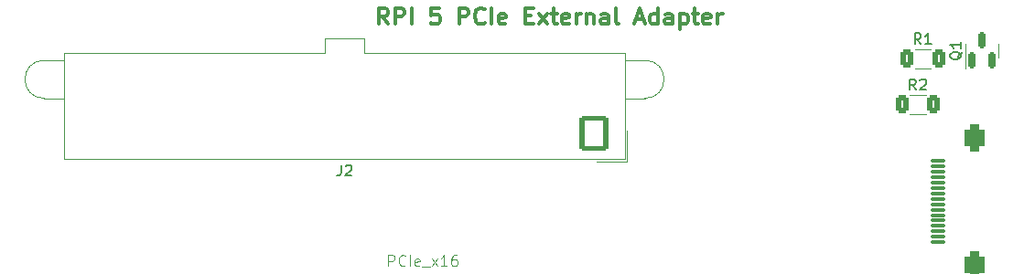
<source format=gto>
G04 #@! TF.GenerationSoftware,KiCad,Pcbnew,7.0.10*
G04 #@! TF.CreationDate,2024-01-15T21:05:21-07:00*
G04 #@! TF.ProjectId,RPI 5 PCIE,52504920-3520-4504-9349-452e6b696361,rev?*
G04 #@! TF.SameCoordinates,Original*
G04 #@! TF.FileFunction,Legend,Top*
G04 #@! TF.FilePolarity,Positive*
%FSLAX46Y46*%
G04 Gerber Fmt 4.6, Leading zero omitted, Abs format (unit mm)*
G04 Created by KiCad (PCBNEW 7.0.10) date 2024-01-15 21:05:21*
%MOMM*%
%LPD*%
G01*
G04 APERTURE LIST*
G04 Aperture macros list*
%AMRoundRect*
0 Rectangle with rounded corners*
0 $1 Rounding radius*
0 $2 $3 $4 $5 $6 $7 $8 $9 X,Y pos of 4 corners*
0 Add a 4 corners polygon primitive as box body*
4,1,4,$2,$3,$4,$5,$6,$7,$8,$9,$2,$3,0*
0 Add four circle primitives for the rounded corners*
1,1,$1+$1,$2,$3*
1,1,$1+$1,$4,$5*
1,1,$1+$1,$6,$7*
1,1,$1+$1,$8,$9*
0 Add four rect primitives between the rounded corners*
20,1,$1+$1,$2,$3,$4,$5,0*
20,1,$1+$1,$4,$5,$6,$7,0*
20,1,$1+$1,$6,$7,$8,$9,0*
20,1,$1+$1,$8,$9,$2,$3,0*%
G04 Aperture macros list end*
%ADD10C,0.300000*%
%ADD11C,0.150000*%
%ADD12C,0.100000*%
%ADD13C,0.120000*%
%ADD14O,2.700000X3.300000*%
%ADD15RoundRect,0.250001X1.099999X1.399999X-1.099999X1.399999X-1.099999X-1.399999X1.099999X-1.399999X0*%
%ADD16C,3.000000*%
%ADD17C,1.200000*%
%ADD18R,1.200000X1.200000*%
%ADD19C,2.350000*%
%ADD20RoundRect,0.450000X0.450000X0.800000X-0.450000X0.800000X-0.450000X-0.800000X0.450000X-0.800000X0*%
%ADD21RoundRect,0.087500X0.562500X0.087500X-0.562500X0.087500X-0.562500X-0.087500X0.562500X-0.087500X0*%
%ADD22RoundRect,0.250000X-0.312500X-0.625000X0.312500X-0.625000X0.312500X0.625000X-0.312500X0.625000X0*%
%ADD23RoundRect,0.150000X0.150000X-0.587500X0.150000X0.587500X-0.150000X0.587500X-0.150000X-0.587500X0*%
G04 APERTURE END LIST*
D10*
X136540794Y-88050828D02*
X136040794Y-87336542D01*
X135683651Y-88050828D02*
X135683651Y-86550828D01*
X135683651Y-86550828D02*
X136255080Y-86550828D01*
X136255080Y-86550828D02*
X136397937Y-86622257D01*
X136397937Y-86622257D02*
X136469366Y-86693685D01*
X136469366Y-86693685D02*
X136540794Y-86836542D01*
X136540794Y-86836542D02*
X136540794Y-87050828D01*
X136540794Y-87050828D02*
X136469366Y-87193685D01*
X136469366Y-87193685D02*
X136397937Y-87265114D01*
X136397937Y-87265114D02*
X136255080Y-87336542D01*
X136255080Y-87336542D02*
X135683651Y-87336542D01*
X137183651Y-88050828D02*
X137183651Y-86550828D01*
X137183651Y-86550828D02*
X137755080Y-86550828D01*
X137755080Y-86550828D02*
X137897937Y-86622257D01*
X137897937Y-86622257D02*
X137969366Y-86693685D01*
X137969366Y-86693685D02*
X138040794Y-86836542D01*
X138040794Y-86836542D02*
X138040794Y-87050828D01*
X138040794Y-87050828D02*
X137969366Y-87193685D01*
X137969366Y-87193685D02*
X137897937Y-87265114D01*
X137897937Y-87265114D02*
X137755080Y-87336542D01*
X137755080Y-87336542D02*
X137183651Y-87336542D01*
X138683651Y-88050828D02*
X138683651Y-86550828D01*
X141255080Y-86550828D02*
X140540794Y-86550828D01*
X140540794Y-86550828D02*
X140469366Y-87265114D01*
X140469366Y-87265114D02*
X140540794Y-87193685D01*
X140540794Y-87193685D02*
X140683652Y-87122257D01*
X140683652Y-87122257D02*
X141040794Y-87122257D01*
X141040794Y-87122257D02*
X141183652Y-87193685D01*
X141183652Y-87193685D02*
X141255080Y-87265114D01*
X141255080Y-87265114D02*
X141326509Y-87407971D01*
X141326509Y-87407971D02*
X141326509Y-87765114D01*
X141326509Y-87765114D02*
X141255080Y-87907971D01*
X141255080Y-87907971D02*
X141183652Y-87979400D01*
X141183652Y-87979400D02*
X141040794Y-88050828D01*
X141040794Y-88050828D02*
X140683652Y-88050828D01*
X140683652Y-88050828D02*
X140540794Y-87979400D01*
X140540794Y-87979400D02*
X140469366Y-87907971D01*
X143112222Y-88050828D02*
X143112222Y-86550828D01*
X143112222Y-86550828D02*
X143683651Y-86550828D01*
X143683651Y-86550828D02*
X143826508Y-86622257D01*
X143826508Y-86622257D02*
X143897937Y-86693685D01*
X143897937Y-86693685D02*
X143969365Y-86836542D01*
X143969365Y-86836542D02*
X143969365Y-87050828D01*
X143969365Y-87050828D02*
X143897937Y-87193685D01*
X143897937Y-87193685D02*
X143826508Y-87265114D01*
X143826508Y-87265114D02*
X143683651Y-87336542D01*
X143683651Y-87336542D02*
X143112222Y-87336542D01*
X145469365Y-87907971D02*
X145397937Y-87979400D01*
X145397937Y-87979400D02*
X145183651Y-88050828D01*
X145183651Y-88050828D02*
X145040794Y-88050828D01*
X145040794Y-88050828D02*
X144826508Y-87979400D01*
X144826508Y-87979400D02*
X144683651Y-87836542D01*
X144683651Y-87836542D02*
X144612222Y-87693685D01*
X144612222Y-87693685D02*
X144540794Y-87407971D01*
X144540794Y-87407971D02*
X144540794Y-87193685D01*
X144540794Y-87193685D02*
X144612222Y-86907971D01*
X144612222Y-86907971D02*
X144683651Y-86765114D01*
X144683651Y-86765114D02*
X144826508Y-86622257D01*
X144826508Y-86622257D02*
X145040794Y-86550828D01*
X145040794Y-86550828D02*
X145183651Y-86550828D01*
X145183651Y-86550828D02*
X145397937Y-86622257D01*
X145397937Y-86622257D02*
X145469365Y-86693685D01*
X146112222Y-88050828D02*
X146112222Y-86550828D01*
X147397937Y-87979400D02*
X147255080Y-88050828D01*
X147255080Y-88050828D02*
X146969366Y-88050828D01*
X146969366Y-88050828D02*
X146826508Y-87979400D01*
X146826508Y-87979400D02*
X146755080Y-87836542D01*
X146755080Y-87836542D02*
X146755080Y-87265114D01*
X146755080Y-87265114D02*
X146826508Y-87122257D01*
X146826508Y-87122257D02*
X146969366Y-87050828D01*
X146969366Y-87050828D02*
X147255080Y-87050828D01*
X147255080Y-87050828D02*
X147397937Y-87122257D01*
X147397937Y-87122257D02*
X147469366Y-87265114D01*
X147469366Y-87265114D02*
X147469366Y-87407971D01*
X147469366Y-87407971D02*
X146755080Y-87550828D01*
X149255079Y-87265114D02*
X149755079Y-87265114D01*
X149969365Y-88050828D02*
X149255079Y-88050828D01*
X149255079Y-88050828D02*
X149255079Y-86550828D01*
X149255079Y-86550828D02*
X149969365Y-86550828D01*
X150469365Y-88050828D02*
X151255080Y-87050828D01*
X150469365Y-87050828D02*
X151255080Y-88050828D01*
X151612223Y-87050828D02*
X152183651Y-87050828D01*
X151826508Y-86550828D02*
X151826508Y-87836542D01*
X151826508Y-87836542D02*
X151897937Y-87979400D01*
X151897937Y-87979400D02*
X152040794Y-88050828D01*
X152040794Y-88050828D02*
X152183651Y-88050828D01*
X153255080Y-87979400D02*
X153112223Y-88050828D01*
X153112223Y-88050828D02*
X152826509Y-88050828D01*
X152826509Y-88050828D02*
X152683651Y-87979400D01*
X152683651Y-87979400D02*
X152612223Y-87836542D01*
X152612223Y-87836542D02*
X152612223Y-87265114D01*
X152612223Y-87265114D02*
X152683651Y-87122257D01*
X152683651Y-87122257D02*
X152826509Y-87050828D01*
X152826509Y-87050828D02*
X153112223Y-87050828D01*
X153112223Y-87050828D02*
X153255080Y-87122257D01*
X153255080Y-87122257D02*
X153326509Y-87265114D01*
X153326509Y-87265114D02*
X153326509Y-87407971D01*
X153326509Y-87407971D02*
X152612223Y-87550828D01*
X153969365Y-88050828D02*
X153969365Y-87050828D01*
X153969365Y-87336542D02*
X154040794Y-87193685D01*
X154040794Y-87193685D02*
X154112223Y-87122257D01*
X154112223Y-87122257D02*
X154255080Y-87050828D01*
X154255080Y-87050828D02*
X154397937Y-87050828D01*
X154897936Y-87050828D02*
X154897936Y-88050828D01*
X154897936Y-87193685D02*
X154969365Y-87122257D01*
X154969365Y-87122257D02*
X155112222Y-87050828D01*
X155112222Y-87050828D02*
X155326508Y-87050828D01*
X155326508Y-87050828D02*
X155469365Y-87122257D01*
X155469365Y-87122257D02*
X155540794Y-87265114D01*
X155540794Y-87265114D02*
X155540794Y-88050828D01*
X156897937Y-88050828D02*
X156897937Y-87265114D01*
X156897937Y-87265114D02*
X156826508Y-87122257D01*
X156826508Y-87122257D02*
X156683651Y-87050828D01*
X156683651Y-87050828D02*
X156397937Y-87050828D01*
X156397937Y-87050828D02*
X156255079Y-87122257D01*
X156897937Y-87979400D02*
X156755079Y-88050828D01*
X156755079Y-88050828D02*
X156397937Y-88050828D01*
X156397937Y-88050828D02*
X156255079Y-87979400D01*
X156255079Y-87979400D02*
X156183651Y-87836542D01*
X156183651Y-87836542D02*
X156183651Y-87693685D01*
X156183651Y-87693685D02*
X156255079Y-87550828D01*
X156255079Y-87550828D02*
X156397937Y-87479400D01*
X156397937Y-87479400D02*
X156755079Y-87479400D01*
X156755079Y-87479400D02*
X156897937Y-87407971D01*
X157826508Y-88050828D02*
X157683651Y-87979400D01*
X157683651Y-87979400D02*
X157612222Y-87836542D01*
X157612222Y-87836542D02*
X157612222Y-86550828D01*
X159469365Y-87622257D02*
X160183651Y-87622257D01*
X159326508Y-88050828D02*
X159826508Y-86550828D01*
X159826508Y-86550828D02*
X160326508Y-88050828D01*
X161469365Y-88050828D02*
X161469365Y-86550828D01*
X161469365Y-87979400D02*
X161326507Y-88050828D01*
X161326507Y-88050828D02*
X161040793Y-88050828D01*
X161040793Y-88050828D02*
X160897936Y-87979400D01*
X160897936Y-87979400D02*
X160826507Y-87907971D01*
X160826507Y-87907971D02*
X160755079Y-87765114D01*
X160755079Y-87765114D02*
X160755079Y-87336542D01*
X160755079Y-87336542D02*
X160826507Y-87193685D01*
X160826507Y-87193685D02*
X160897936Y-87122257D01*
X160897936Y-87122257D02*
X161040793Y-87050828D01*
X161040793Y-87050828D02*
X161326507Y-87050828D01*
X161326507Y-87050828D02*
X161469365Y-87122257D01*
X162826508Y-88050828D02*
X162826508Y-87265114D01*
X162826508Y-87265114D02*
X162755079Y-87122257D01*
X162755079Y-87122257D02*
X162612222Y-87050828D01*
X162612222Y-87050828D02*
X162326508Y-87050828D01*
X162326508Y-87050828D02*
X162183650Y-87122257D01*
X162826508Y-87979400D02*
X162683650Y-88050828D01*
X162683650Y-88050828D02*
X162326508Y-88050828D01*
X162326508Y-88050828D02*
X162183650Y-87979400D01*
X162183650Y-87979400D02*
X162112222Y-87836542D01*
X162112222Y-87836542D02*
X162112222Y-87693685D01*
X162112222Y-87693685D02*
X162183650Y-87550828D01*
X162183650Y-87550828D02*
X162326508Y-87479400D01*
X162326508Y-87479400D02*
X162683650Y-87479400D01*
X162683650Y-87479400D02*
X162826508Y-87407971D01*
X163540793Y-87050828D02*
X163540793Y-88550828D01*
X163540793Y-87122257D02*
X163683651Y-87050828D01*
X163683651Y-87050828D02*
X163969365Y-87050828D01*
X163969365Y-87050828D02*
X164112222Y-87122257D01*
X164112222Y-87122257D02*
X164183651Y-87193685D01*
X164183651Y-87193685D02*
X164255079Y-87336542D01*
X164255079Y-87336542D02*
X164255079Y-87765114D01*
X164255079Y-87765114D02*
X164183651Y-87907971D01*
X164183651Y-87907971D02*
X164112222Y-87979400D01*
X164112222Y-87979400D02*
X163969365Y-88050828D01*
X163969365Y-88050828D02*
X163683651Y-88050828D01*
X163683651Y-88050828D02*
X163540793Y-87979400D01*
X164683651Y-87050828D02*
X165255079Y-87050828D01*
X164897936Y-86550828D02*
X164897936Y-87836542D01*
X164897936Y-87836542D02*
X164969365Y-87979400D01*
X164969365Y-87979400D02*
X165112222Y-88050828D01*
X165112222Y-88050828D02*
X165255079Y-88050828D01*
X166326508Y-87979400D02*
X166183651Y-88050828D01*
X166183651Y-88050828D02*
X165897937Y-88050828D01*
X165897937Y-88050828D02*
X165755079Y-87979400D01*
X165755079Y-87979400D02*
X165683651Y-87836542D01*
X165683651Y-87836542D02*
X165683651Y-87265114D01*
X165683651Y-87265114D02*
X165755079Y-87122257D01*
X165755079Y-87122257D02*
X165897937Y-87050828D01*
X165897937Y-87050828D02*
X166183651Y-87050828D01*
X166183651Y-87050828D02*
X166326508Y-87122257D01*
X166326508Y-87122257D02*
X166397937Y-87265114D01*
X166397937Y-87265114D02*
X166397937Y-87407971D01*
X166397937Y-87407971D02*
X165683651Y-87550828D01*
X167040793Y-88050828D02*
X167040793Y-87050828D01*
X167040793Y-87336542D02*
X167112222Y-87193685D01*
X167112222Y-87193685D02*
X167183651Y-87122257D01*
X167183651Y-87122257D02*
X167326508Y-87050828D01*
X167326508Y-87050828D02*
X167469365Y-87050828D01*
D11*
X132166666Y-101104819D02*
X132166666Y-101819104D01*
X132166666Y-101819104D02*
X132119047Y-101961961D01*
X132119047Y-101961961D02*
X132023809Y-102057200D01*
X132023809Y-102057200D02*
X131880952Y-102104819D01*
X131880952Y-102104819D02*
X131785714Y-102104819D01*
X132595238Y-101200057D02*
X132642857Y-101152438D01*
X132642857Y-101152438D02*
X132738095Y-101104819D01*
X132738095Y-101104819D02*
X132976190Y-101104819D01*
X132976190Y-101104819D02*
X133071428Y-101152438D01*
X133071428Y-101152438D02*
X133119047Y-101200057D01*
X133119047Y-101200057D02*
X133166666Y-101295295D01*
X133166666Y-101295295D02*
X133166666Y-101390533D01*
X133166666Y-101390533D02*
X133119047Y-101533390D01*
X133119047Y-101533390D02*
X132547619Y-102104819D01*
X132547619Y-102104819D02*
X133166666Y-102104819D01*
D12*
X136552698Y-110457419D02*
X136552698Y-109457419D01*
X136552698Y-109457419D02*
X136933650Y-109457419D01*
X136933650Y-109457419D02*
X137028888Y-109505038D01*
X137028888Y-109505038D02*
X137076507Y-109552657D01*
X137076507Y-109552657D02*
X137124126Y-109647895D01*
X137124126Y-109647895D02*
X137124126Y-109790752D01*
X137124126Y-109790752D02*
X137076507Y-109885990D01*
X137076507Y-109885990D02*
X137028888Y-109933609D01*
X137028888Y-109933609D02*
X136933650Y-109981228D01*
X136933650Y-109981228D02*
X136552698Y-109981228D01*
X138124126Y-110362180D02*
X138076507Y-110409800D01*
X138076507Y-110409800D02*
X137933650Y-110457419D01*
X137933650Y-110457419D02*
X137838412Y-110457419D01*
X137838412Y-110457419D02*
X137695555Y-110409800D01*
X137695555Y-110409800D02*
X137600317Y-110314561D01*
X137600317Y-110314561D02*
X137552698Y-110219323D01*
X137552698Y-110219323D02*
X137505079Y-110028847D01*
X137505079Y-110028847D02*
X137505079Y-109885990D01*
X137505079Y-109885990D02*
X137552698Y-109695514D01*
X137552698Y-109695514D02*
X137600317Y-109600276D01*
X137600317Y-109600276D02*
X137695555Y-109505038D01*
X137695555Y-109505038D02*
X137838412Y-109457419D01*
X137838412Y-109457419D02*
X137933650Y-109457419D01*
X137933650Y-109457419D02*
X138076507Y-109505038D01*
X138076507Y-109505038D02*
X138124126Y-109552657D01*
X138552698Y-110457419D02*
X138552698Y-109457419D01*
X139409840Y-110409800D02*
X139314602Y-110457419D01*
X139314602Y-110457419D02*
X139124126Y-110457419D01*
X139124126Y-110457419D02*
X139028888Y-110409800D01*
X139028888Y-110409800D02*
X138981269Y-110314561D01*
X138981269Y-110314561D02*
X138981269Y-109933609D01*
X138981269Y-109933609D02*
X139028888Y-109838371D01*
X139028888Y-109838371D02*
X139124126Y-109790752D01*
X139124126Y-109790752D02*
X139314602Y-109790752D01*
X139314602Y-109790752D02*
X139409840Y-109838371D01*
X139409840Y-109838371D02*
X139457459Y-109933609D01*
X139457459Y-109933609D02*
X139457459Y-110028847D01*
X139457459Y-110028847D02*
X138981269Y-110124085D01*
X139647936Y-110552657D02*
X140409840Y-110552657D01*
X140552698Y-110457419D02*
X141076507Y-109790752D01*
X140552698Y-109790752D02*
X141076507Y-110457419D01*
X141981269Y-110457419D02*
X141409841Y-110457419D01*
X141695555Y-110457419D02*
X141695555Y-109457419D01*
X141695555Y-109457419D02*
X141600317Y-109600276D01*
X141600317Y-109600276D02*
X141505079Y-109695514D01*
X141505079Y-109695514D02*
X141409841Y-109743133D01*
X142838412Y-109457419D02*
X142647936Y-109457419D01*
X142647936Y-109457419D02*
X142552698Y-109505038D01*
X142552698Y-109505038D02*
X142505079Y-109552657D01*
X142505079Y-109552657D02*
X142409841Y-109695514D01*
X142409841Y-109695514D02*
X142362222Y-109885990D01*
X142362222Y-109885990D02*
X142362222Y-110266942D01*
X142362222Y-110266942D02*
X142409841Y-110362180D01*
X142409841Y-110362180D02*
X142457460Y-110409800D01*
X142457460Y-110409800D02*
X142552698Y-110457419D01*
X142552698Y-110457419D02*
X142743174Y-110457419D01*
X142743174Y-110457419D02*
X142838412Y-110409800D01*
X142838412Y-110409800D02*
X142886031Y-110362180D01*
X142886031Y-110362180D02*
X142933650Y-110266942D01*
X142933650Y-110266942D02*
X142933650Y-110028847D01*
X142933650Y-110028847D02*
X142886031Y-109933609D01*
X142886031Y-109933609D02*
X142838412Y-109885990D01*
X142838412Y-109885990D02*
X142743174Y-109838371D01*
X142743174Y-109838371D02*
X142552698Y-109838371D01*
X142552698Y-109838371D02*
X142457460Y-109885990D01*
X142457460Y-109885990D02*
X142409841Y-109933609D01*
X142409841Y-109933609D02*
X142362222Y-110028847D01*
D11*
X185833333Y-89884819D02*
X185500000Y-89408628D01*
X185261905Y-89884819D02*
X185261905Y-88884819D01*
X185261905Y-88884819D02*
X185642857Y-88884819D01*
X185642857Y-88884819D02*
X185738095Y-88932438D01*
X185738095Y-88932438D02*
X185785714Y-88980057D01*
X185785714Y-88980057D02*
X185833333Y-89075295D01*
X185833333Y-89075295D02*
X185833333Y-89218152D01*
X185833333Y-89218152D02*
X185785714Y-89313390D01*
X185785714Y-89313390D02*
X185738095Y-89361009D01*
X185738095Y-89361009D02*
X185642857Y-89408628D01*
X185642857Y-89408628D02*
X185261905Y-89408628D01*
X186785714Y-89884819D02*
X186214286Y-89884819D01*
X186500000Y-89884819D02*
X186500000Y-88884819D01*
X186500000Y-88884819D02*
X186404762Y-89027676D01*
X186404762Y-89027676D02*
X186309524Y-89122914D01*
X186309524Y-89122914D02*
X186214286Y-89170533D01*
X189619422Y-90595238D02*
X189571803Y-90690476D01*
X189571803Y-90690476D02*
X189476565Y-90785714D01*
X189476565Y-90785714D02*
X189333707Y-90928571D01*
X189333707Y-90928571D02*
X189286088Y-91023809D01*
X189286088Y-91023809D02*
X189286088Y-91119047D01*
X189524184Y-91071428D02*
X189476565Y-91166666D01*
X189476565Y-91166666D02*
X189381326Y-91261904D01*
X189381326Y-91261904D02*
X189190850Y-91309523D01*
X189190850Y-91309523D02*
X188857517Y-91309523D01*
X188857517Y-91309523D02*
X188667041Y-91261904D01*
X188667041Y-91261904D02*
X188571803Y-91166666D01*
X188571803Y-91166666D02*
X188524184Y-91071428D01*
X188524184Y-91071428D02*
X188524184Y-90880952D01*
X188524184Y-90880952D02*
X188571803Y-90785714D01*
X188571803Y-90785714D02*
X188667041Y-90690476D01*
X188667041Y-90690476D02*
X188857517Y-90642857D01*
X188857517Y-90642857D02*
X189190850Y-90642857D01*
X189190850Y-90642857D02*
X189381326Y-90690476D01*
X189381326Y-90690476D02*
X189476565Y-90785714D01*
X189476565Y-90785714D02*
X189524184Y-90880952D01*
X189524184Y-90880952D02*
X189524184Y-91071428D01*
X189524184Y-89690476D02*
X189524184Y-90261904D01*
X189524184Y-89976190D02*
X188524184Y-89976190D01*
X188524184Y-89976190D02*
X188667041Y-90071428D01*
X188667041Y-90071428D02*
X188762279Y-90166666D01*
X188762279Y-90166666D02*
X188809898Y-90261904D01*
X185370833Y-94134819D02*
X185037500Y-93658628D01*
X184799405Y-94134819D02*
X184799405Y-93134819D01*
X184799405Y-93134819D02*
X185180357Y-93134819D01*
X185180357Y-93134819D02*
X185275595Y-93182438D01*
X185275595Y-93182438D02*
X185323214Y-93230057D01*
X185323214Y-93230057D02*
X185370833Y-93325295D01*
X185370833Y-93325295D02*
X185370833Y-93468152D01*
X185370833Y-93468152D02*
X185323214Y-93563390D01*
X185323214Y-93563390D02*
X185275595Y-93611009D01*
X185275595Y-93611009D02*
X185180357Y-93658628D01*
X185180357Y-93658628D02*
X184799405Y-93658628D01*
X185751786Y-93230057D02*
X185799405Y-93182438D01*
X185799405Y-93182438D02*
X185894643Y-93134819D01*
X185894643Y-93134819D02*
X186132738Y-93134819D01*
X186132738Y-93134819D02*
X186227976Y-93182438D01*
X186227976Y-93182438D02*
X186275595Y-93230057D01*
X186275595Y-93230057D02*
X186323214Y-93325295D01*
X186323214Y-93325295D02*
X186323214Y-93420533D01*
X186323214Y-93420533D02*
X186275595Y-93563390D01*
X186275595Y-93563390D02*
X185704167Y-94134819D01*
X185704167Y-94134819D02*
X186323214Y-94134819D01*
D13*
X104700000Y-91400000D02*
G75*
G03*
X104700000Y-94920000I0J-1760000D01*
G01*
X160300000Y-94920000D02*
G75*
G03*
X160300000Y-91400000I0J1760000D01*
G01*
X104700000Y-91400000D02*
X106590000Y-91400000D01*
X104700000Y-94920000D02*
X106590000Y-94920000D01*
X106590000Y-90740000D02*
X130690000Y-90740000D01*
X106590000Y-100560000D02*
X106590000Y-90740000D01*
X130690000Y-89340000D02*
X132500000Y-89340000D01*
X130690000Y-90740000D02*
X130690000Y-89340000D01*
X132500000Y-100560000D02*
X106590000Y-100560000D01*
X132500000Y-100560000D02*
X158410000Y-100560000D01*
X134310000Y-89340000D02*
X132500000Y-89340000D01*
X134310000Y-90740000D02*
X134310000Y-89340000D01*
X155800000Y-100800000D02*
X158650000Y-100800000D01*
X158410000Y-90740000D02*
X134310000Y-90740000D01*
X158410000Y-100560000D02*
X158410000Y-90740000D01*
X158650000Y-100800000D02*
X158650000Y-97950000D01*
X160300000Y-91400000D02*
X158410000Y-91400000D01*
X160300000Y-94920000D02*
X158410000Y-94920000D01*
X185272936Y-92160000D02*
X186727064Y-92160000D01*
X185272936Y-90340000D02*
X186727064Y-90340000D01*
X189909365Y-90500000D02*
X189909365Y-92175000D01*
X189909365Y-90500000D02*
X189909365Y-89850000D01*
X193029365Y-90500000D02*
X193029365Y-91150000D01*
X193029365Y-90500000D02*
X193029365Y-89850000D01*
X184810436Y-96410000D02*
X186264564Y-96410000D01*
X184810436Y-94590000D02*
X186264564Y-94590000D01*
%LPC*%
D14*
X109400000Y-92700000D03*
X113600000Y-92700000D03*
X117800000Y-92700000D03*
X122000000Y-92700000D03*
X126200000Y-92700000D03*
X130400000Y-92700000D03*
X134600000Y-92700000D03*
X138800000Y-92700000D03*
X143000000Y-92700000D03*
X147200000Y-92700000D03*
X151400000Y-92700000D03*
X155600000Y-92700000D03*
X109400000Y-98200000D03*
X113600000Y-98200000D03*
X117800000Y-98200000D03*
X122000000Y-98200000D03*
X126200000Y-98200000D03*
X130400000Y-98200000D03*
X134600000Y-98200000D03*
X138800000Y-98200000D03*
X143000000Y-98200000D03*
X147200000Y-98200000D03*
X151400000Y-98200000D03*
D15*
X155600000Y-98200000D03*
D16*
X104700000Y-93160000D03*
X160300000Y-93160000D03*
D17*
X186719365Y-119000000D03*
X185719365Y-117000000D03*
X184719365Y-119000000D03*
X183719365Y-117000000D03*
X182719365Y-119000000D03*
X181719365Y-117000000D03*
X180719365Y-119000000D03*
X179719365Y-117000000D03*
X178719365Y-119000000D03*
X177719365Y-117000000D03*
X176719365Y-119000000D03*
X175719365Y-117000000D03*
X174719365Y-119000000D03*
X173719365Y-117000000D03*
X172719365Y-119000000D03*
X171719365Y-117000000D03*
X170719365Y-119000000D03*
X169719365Y-117000000D03*
X168719365Y-119000000D03*
X167719365Y-117000000D03*
X166719365Y-119000000D03*
X165719365Y-117000000D03*
X164719365Y-119000000D03*
X163719365Y-117000000D03*
X162719365Y-119000000D03*
X161719365Y-117000000D03*
X160719365Y-119000000D03*
X159719365Y-117000000D03*
X158719365Y-119000000D03*
X157719365Y-117000000D03*
X156719365Y-119000000D03*
X155719365Y-117000000D03*
X154719365Y-119000000D03*
X153719365Y-117000000D03*
X152719365Y-119000000D03*
X151719365Y-117000000D03*
X150719365Y-119000000D03*
X149719365Y-117000000D03*
X148719365Y-119000000D03*
X147719365Y-117000000D03*
X146719365Y-119000000D03*
X145719365Y-117000000D03*
X144719365Y-119000000D03*
X143719365Y-117000000D03*
X142719365Y-119000000D03*
X141719365Y-117000000D03*
X140719365Y-119000000D03*
X139719365Y-117000000D03*
X138719365Y-119000000D03*
X137719365Y-117000000D03*
X136719365Y-119000000D03*
X135719365Y-117000000D03*
X134719365Y-119000000D03*
X133719365Y-117000000D03*
X132719365Y-119000000D03*
X131719365Y-117000000D03*
X130719365Y-119000000D03*
X129719365Y-117000000D03*
X128719365Y-119000000D03*
X127719365Y-117000000D03*
X126719365Y-119000000D03*
X125719365Y-117000000D03*
X124719365Y-119000000D03*
X123719365Y-117000000D03*
X122719365Y-119000000D03*
X121719365Y-117000000D03*
X120719365Y-119000000D03*
X119719365Y-117000000D03*
X118719365Y-119000000D03*
X117719365Y-117000000D03*
X116719365Y-119000000D03*
X113719365Y-117000000D03*
X112719365Y-119000000D03*
X111719365Y-117000000D03*
X110719365Y-119000000D03*
X109719365Y-117000000D03*
X108719365Y-119000000D03*
X107719365Y-117000000D03*
X106719365Y-119000000D03*
X105719365Y-117000000D03*
X104719365Y-119000000D03*
X103719365Y-117000000D03*
X186719365Y-112500000D03*
X185719365Y-114500000D03*
X184719365Y-112500000D03*
X183719365Y-114500000D03*
X182719365Y-112500000D03*
X181719365Y-114500000D03*
X180719365Y-112500000D03*
X179719365Y-114500000D03*
X178719365Y-112500000D03*
X177719365Y-114500000D03*
X176719365Y-112500000D03*
X175719365Y-114500000D03*
X174719365Y-112500000D03*
X173719365Y-114500000D03*
X172719365Y-112500000D03*
X171719365Y-114500000D03*
X170719365Y-112500000D03*
X169719365Y-114500000D03*
X168719365Y-112500000D03*
X167719365Y-114500000D03*
X166719365Y-112500000D03*
X165719365Y-114500000D03*
X164719365Y-112500000D03*
X163719365Y-114500000D03*
X162719365Y-112500000D03*
X161719365Y-114500000D03*
X160719365Y-112500000D03*
X159719365Y-114500000D03*
X158719365Y-112500000D03*
X157719365Y-114500000D03*
X156719365Y-112500000D03*
X155719365Y-114500000D03*
X154719365Y-112500000D03*
X153719365Y-114500000D03*
X152719365Y-112500000D03*
X151719365Y-114500000D03*
X150719365Y-112500000D03*
X149719365Y-114500000D03*
X148719365Y-112500000D03*
X147719365Y-114500000D03*
X146719365Y-112500000D03*
X145719365Y-114500000D03*
X144719365Y-112500000D03*
X143719365Y-114500000D03*
X142719365Y-112500000D03*
X141719365Y-114500000D03*
X140719365Y-112500000D03*
X139719365Y-114500000D03*
X138719365Y-112500000D03*
X137719365Y-114500000D03*
X136719365Y-112500000D03*
X135719365Y-114500000D03*
X134719365Y-112500000D03*
X133719365Y-114500000D03*
X132719365Y-112500000D03*
X131719365Y-114500000D03*
X130719365Y-112500000D03*
X129719365Y-114500000D03*
X128719365Y-112500000D03*
X127719365Y-114500000D03*
X126719365Y-112500000D03*
X125719365Y-114500000D03*
X124719365Y-112500000D03*
X123719365Y-114500000D03*
X122719365Y-112500000D03*
X121719365Y-114500000D03*
X120719365Y-112500000D03*
X119719365Y-114500000D03*
X118719365Y-112500000D03*
X117719365Y-114500000D03*
X116719365Y-112500000D03*
X113719365Y-114500000D03*
X112719365Y-112500000D03*
X111719365Y-114500000D03*
X110719365Y-112500000D03*
X109719365Y-114500000D03*
X108719365Y-112500000D03*
X107719365Y-114500000D03*
X106719365Y-112500000D03*
X105719365Y-114500000D03*
X104719365Y-112500000D03*
D18*
X103719365Y-114500000D03*
D19*
X188519365Y-115750000D03*
X115369365Y-115750000D03*
D20*
X190781865Y-110400000D03*
X190781865Y-98600000D03*
D21*
X187406865Y-108250000D03*
X187406865Y-107750000D03*
X187406865Y-107250000D03*
X187406865Y-106750000D03*
X187406865Y-106250000D03*
X187406865Y-105750000D03*
X187406865Y-105250000D03*
X187406865Y-104750000D03*
X187406865Y-104250000D03*
X187406865Y-103750000D03*
X187406865Y-103250000D03*
X187406865Y-102750000D03*
X187406865Y-102250000D03*
X187406865Y-101750000D03*
X187406865Y-101250000D03*
X187406865Y-100750000D03*
D22*
X187462500Y-91250000D03*
X184537500Y-91250000D03*
D23*
X190519365Y-91437500D03*
X192419365Y-91437500D03*
X191469365Y-89562500D03*
D22*
X187000000Y-95500000D03*
X184075000Y-95500000D03*
%LPD*%
M02*

</source>
